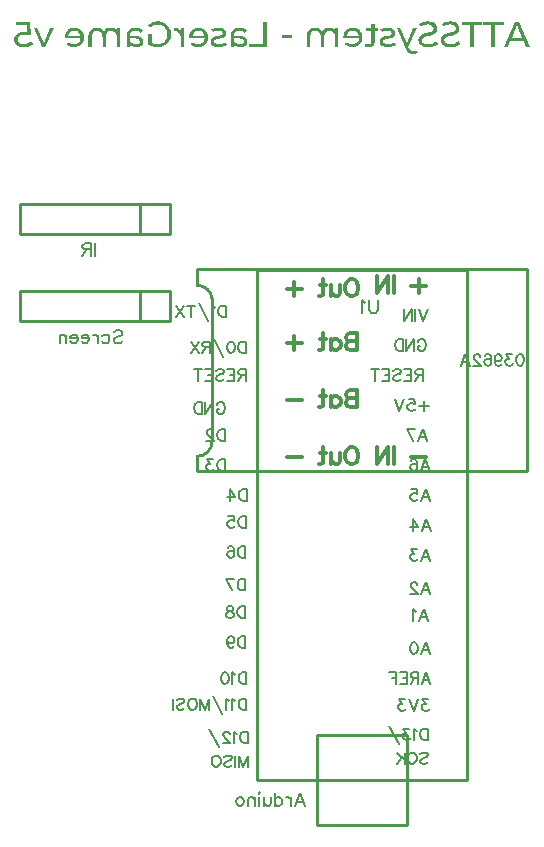
<source format=gbo>
G04 ---------------------------- Layer name :BOTTOM SILK LAYER*
G04 EasyEDA v5.6.15, Mon, 30 Jul 2018 20:20:11 GMT*
G04 7679f8372ec74d379c0269816b79f434*
G04 Gerber Generator version 0.2*
G04 Scale: 100 percent, Rotated: No, Reflected: No *
G04 Dimensions in inches *
G04 leading zeros omitted , absolute positions ,2 integer and 4 decimal *
%FSLAX24Y24*%
%MOIN*%
G90*
G70D02*

%ADD11C,0.010000*%
%ADD22C,0.007000*%
%ADD23C,0.008000*%
%ADD25C,0.011810*%
%ADD26C,0.007874*%

%LPD*%
G54D11*
G01X16300Y2400D02*
G01X9300Y2400D01*
G01X9300Y2400D02*
G01X9300Y19400D01*
G01X9300Y19400D02*
G01X16300Y19400D01*
G01X16300Y19400D02*
G01X16300Y2400D01*
G01X14300Y3900D02*
G01X14300Y900D01*
G01X11300Y900D01*
G01X11300Y3900D01*
G01X14300Y3900D01*
G01X6400Y20600D02*
G01X6400Y21600D01*
G01X6400Y21600D02*
G01X5400Y21600D01*
G01X5400Y21600D02*
G01X1400Y21600D01*
G01X1400Y21600D02*
G01X1400Y20600D01*
G01X1400Y20600D02*
G01X5400Y20600D01*
G01X5400Y20600D02*
G01X6400Y20600D01*
G01X5400Y20600D02*
G01X5400Y21600D01*
G01X6400Y17700D02*
G01X6400Y18700D01*
G01X6400Y18700D02*
G01X5400Y18700D01*
G01X5400Y18700D02*
G01X1400Y18700D01*
G01X1400Y18700D02*
G01X1400Y17700D01*
G01X1400Y17700D02*
G01X5400Y17700D01*
G01X5400Y17700D02*
G01X6400Y17700D01*
G01X5400Y17700D02*
G01X5400Y18700D01*
G01X18300Y12700D02*
G01X18300Y19448D01*
G01X18300Y19448D02*
G01X7300Y19448D01*
G01X7300Y19448D02*
G01X7300Y18948D01*
G01X18300Y12700D02*
G01X7300Y12700D01*
G01X7300Y12700D02*
G01X7300Y13200D01*
G01X7800Y18448D02*
G01X7800Y13700D01*
G54D22*
G01X10735Y1979D02*
G01X10900Y1550D01*
G01X10735Y1979D02*
G01X10572Y1550D01*
G01X10839Y1693D02*
G01X10634Y1693D01*
G01X10438Y1836D02*
G01X10438Y1550D01*
G01X10438Y1714D02*
G01X10417Y1775D01*
G01X10376Y1816D01*
G01X10335Y1836D01*
G01X10273Y1836D01*
G01X9893Y1979D02*
G01X9893Y1550D01*
G01X9893Y1775D02*
G01X9935Y1816D01*
G01X9975Y1836D01*
G01X10036Y1836D01*
G01X10077Y1816D01*
G01X10118Y1775D01*
G01X10139Y1714D01*
G01X10139Y1673D01*
G01X10118Y1611D01*
G01X10077Y1570D01*
G01X10036Y1550D01*
G01X9975Y1550D01*
G01X9935Y1570D01*
G01X9893Y1611D01*
G01X9759Y1836D02*
G01X9759Y1632D01*
G01X9738Y1570D01*
G01X9697Y1550D01*
G01X9635Y1550D01*
G01X9594Y1570D01*
G01X9534Y1632D01*
G01X9534Y1836D02*
G01X9534Y1550D01*
G01X9398Y1979D02*
G01X9377Y1959D01*
G01X9357Y1979D01*
G01X9377Y2000D01*
G01X9398Y1979D01*
G01X9377Y1836D02*
G01X9377Y1550D01*
G01X9222Y1836D02*
G01X9222Y1550D01*
G01X9222Y1754D02*
G01X9160Y1816D01*
G01X9119Y1836D01*
G01X9059Y1836D01*
G01X9018Y1816D01*
G01X8997Y1754D01*
G01X8997Y1550D01*
G01X8760Y1836D02*
G01X8801Y1816D01*
G01X8842Y1775D01*
G01X8863Y1714D01*
G01X8863Y1673D01*
G01X8842Y1611D01*
G01X8801Y1570D01*
G01X8760Y1550D01*
G01X8698Y1550D01*
G01X8657Y1570D01*
G01X8617Y1611D01*
G01X8597Y1673D01*
G01X8597Y1714D01*
G01X8617Y1775D01*
G01X8657Y1816D01*
G01X8698Y1836D01*
G01X8760Y1836D01*
G54D23*
G01X8261Y18227D02*
G01X8261Y17844D01*
G01X8261Y18227D02*
G01X8135Y18227D01*
G01X8080Y18209D01*
G01X8043Y18173D01*
G01X8026Y18136D01*
G01X8006Y18082D01*
G01X8006Y17990D01*
G01X8026Y17936D01*
G01X8043Y17900D01*
G01X8080Y17863D01*
G01X8135Y17844D01*
G01X8261Y17844D01*
G01X7886Y18153D02*
G01X7851Y18173D01*
G01X7797Y18227D01*
G01X7797Y17844D01*
G01X7348Y18300D02*
G01X7677Y17717D01*
G01X7102Y18227D02*
G01X7102Y17844D01*
G01X7228Y18227D02*
G01X6975Y18227D01*
G01X6855Y18227D02*
G01X6600Y17844D01*
G01X6600Y18227D02*
G01X6855Y17844D01*
G01X14649Y17009D02*
G01X14667Y17046D01*
G01X14704Y17082D01*
G01X14740Y17100D01*
G01X14813Y17100D01*
G01X14849Y17082D01*
G01X14886Y17046D01*
G01X14904Y17009D01*
G01X14922Y16955D01*
G01X14922Y16864D01*
G01X14904Y16809D01*
G01X14886Y16773D01*
G01X14849Y16737D01*
G01X14813Y16718D01*
G01X14740Y16718D01*
G01X14704Y16737D01*
G01X14667Y16773D01*
G01X14649Y16809D01*
G01X14649Y16864D01*
G01X14740Y16864D02*
G01X14649Y16864D01*
G01X14529Y17100D02*
G01X14529Y16718D01*
G01X14529Y17100D02*
G01X14275Y16718D01*
G01X14275Y17100D02*
G01X14275Y16718D01*
G01X14155Y17100D02*
G01X14155Y16718D01*
G01X14155Y17100D02*
G01X14027Y17100D01*
G01X13973Y17082D01*
G01X13937Y17046D01*
G01X13918Y17009D01*
G01X13900Y16955D01*
G01X13900Y16864D01*
G01X13918Y16809D01*
G01X13937Y16773D01*
G01X13973Y16737D01*
G01X14027Y16718D01*
G01X14155Y16718D01*
G01X14848Y15046D02*
G01X14848Y14718D01*
G01X15012Y14882D02*
G01X14685Y14882D01*
G01X14347Y15100D02*
G01X14528Y15100D01*
G01X14547Y14937D01*
G01X14528Y14955D01*
G01X14474Y14973D01*
G01X14419Y14973D01*
G01X14365Y14955D01*
G01X14328Y14918D01*
G01X14310Y14864D01*
G01X14310Y14827D01*
G01X14328Y14773D01*
G01X14365Y14737D01*
G01X14419Y14718D01*
G01X14474Y14718D01*
G01X14528Y14737D01*
G01X14547Y14755D01*
G01X14565Y14791D01*
G01X14190Y15100D02*
G01X14045Y14718D01*
G01X13899Y15100D02*
G01X14045Y14718D01*
G01X8987Y4026D02*
G01X8987Y3644D01*
G01X8987Y4026D02*
G01X8860Y4026D01*
G01X8805Y4009D01*
G01X8769Y3973D01*
G01X8751Y3936D01*
G01X8732Y3882D01*
G01X8732Y3790D01*
G01X8751Y3736D01*
G01X8769Y3700D01*
G01X8805Y3663D01*
G01X8860Y3644D01*
G01X8987Y3644D01*
G01X8612Y3953D02*
G01X8576Y3973D01*
G01X8522Y4026D01*
G01X8522Y3644D01*
G01X8383Y3936D02*
G01X8383Y3953D01*
G01X8365Y3990D01*
G01X8347Y4009D01*
G01X8311Y4026D01*
G01X8238Y4026D01*
G01X8202Y4009D01*
G01X8183Y3990D01*
G01X8165Y3953D01*
G01X8165Y3917D01*
G01X8183Y3882D01*
G01X8220Y3826D01*
G01X8402Y3644D01*
G01X8147Y3644D01*
G01X7700Y4100D02*
G01X8027Y3517D01*
G01X8987Y3226D02*
G01X8987Y2844D01*
G01X8987Y3226D02*
G01X8842Y2844D01*
G01X8696Y3226D02*
G01X8842Y2844D01*
G01X8696Y3226D02*
G01X8696Y2844D01*
G01X8576Y3226D02*
G01X8576Y2844D01*
G01X8202Y3173D02*
G01X8238Y3209D01*
G01X8292Y3226D01*
G01X8365Y3226D01*
G01X8420Y3209D01*
G01X8456Y3173D01*
G01X8456Y3136D01*
G01X8438Y3100D01*
G01X8420Y3082D01*
G01X8383Y3063D01*
G01X8274Y3026D01*
G01X8238Y3009D01*
G01X8220Y2990D01*
G01X8202Y2953D01*
G01X8202Y2900D01*
G01X8238Y2863D01*
G01X8292Y2844D01*
G01X8365Y2844D01*
G01X8420Y2863D01*
G01X8456Y2900D01*
G01X7972Y3226D02*
G01X8009Y3209D01*
G01X8045Y3173D01*
G01X8063Y3136D01*
G01X8082Y3082D01*
G01X8082Y2990D01*
G01X8063Y2936D01*
G01X8045Y2900D01*
G01X8009Y2863D01*
G01X7972Y2844D01*
G01X7900Y2844D01*
G01X7863Y2863D01*
G01X7827Y2900D01*
G01X7809Y2936D01*
G01X7791Y2990D01*
G01X7791Y3082D01*
G01X7809Y3136D01*
G01X7827Y3173D01*
G01X7863Y3209D01*
G01X7900Y3226D01*
G01X7972Y3226D01*
G01X14985Y18100D02*
G01X14840Y17718D01*
G01X14694Y18100D02*
G01X14840Y17718D01*
G01X14574Y18100D02*
G01X14574Y17718D01*
G01X14454Y18100D02*
G01X14454Y17718D01*
G01X14454Y18100D02*
G01X14200Y17718D01*
G01X14200Y18100D02*
G01X14200Y17718D01*
G01X14987Y4126D02*
G01X14987Y3744D01*
G01X14987Y4126D02*
G01X14860Y4126D01*
G01X14805Y4109D01*
G01X14769Y4073D01*
G01X14751Y4036D01*
G01X14732Y3982D01*
G01X14732Y3890D01*
G01X14751Y3836D01*
G01X14769Y3800D01*
G01X14805Y3763D01*
G01X14860Y3744D01*
G01X14987Y3744D01*
G01X14612Y4053D02*
G01X14576Y4073D01*
G01X14522Y4126D01*
G01X14522Y3744D01*
G01X14365Y4126D02*
G01X14165Y4126D01*
G01X14274Y3982D01*
G01X14220Y3982D01*
G01X14183Y3963D01*
G01X14165Y3944D01*
G01X14147Y3890D01*
G01X14147Y3853D01*
G01X14165Y3800D01*
G01X14202Y3763D01*
G01X14256Y3744D01*
G01X14311Y3744D01*
G01X14365Y3763D01*
G01X14383Y3782D01*
G01X14402Y3817D01*
G01X13700Y4200D02*
G01X14027Y3617D01*
G01X14732Y3273D02*
G01X14769Y3309D01*
G01X14823Y3326D01*
G01X14896Y3326D01*
G01X14951Y3309D01*
G01X14987Y3273D01*
G01X14987Y3236D01*
G01X14969Y3200D01*
G01X14951Y3182D01*
G01X14914Y3163D01*
G01X14805Y3126D01*
G01X14769Y3109D01*
G01X14751Y3090D01*
G01X14732Y3053D01*
G01X14732Y3000D01*
G01X14769Y2963D01*
G01X14823Y2944D01*
G01X14896Y2944D01*
G01X14951Y2963D01*
G01X14987Y3000D01*
G01X14340Y3236D02*
G01X14358Y3273D01*
G01X14394Y3309D01*
G01X14431Y3326D01*
G01X14503Y3326D01*
G01X14540Y3309D01*
G01X14576Y3273D01*
G01X14594Y3236D01*
G01X14612Y3182D01*
G01X14612Y3090D01*
G01X14594Y3036D01*
G01X14576Y3000D01*
G01X14540Y2963D01*
G01X14503Y2944D01*
G01X14431Y2944D01*
G01X14394Y2963D01*
G01X14358Y3000D01*
G01X14340Y3036D01*
G01X14220Y3326D02*
G01X14220Y2944D01*
G01X13965Y3326D02*
G01X14220Y3073D01*
G01X14129Y3163D02*
G01X13965Y2944D01*
G01X7948Y14909D02*
G01X7967Y14946D01*
G01X8003Y14982D01*
G01X8039Y15000D01*
G01X8113Y15000D01*
G01X8148Y14982D01*
G01X8185Y14946D01*
G01X8203Y14909D01*
G01X8222Y14855D01*
G01X8222Y14764D01*
G01X8203Y14709D01*
G01X8185Y14673D01*
G01X8148Y14637D01*
G01X8113Y14618D01*
G01X8039Y14618D01*
G01X8003Y14637D01*
G01X7967Y14673D01*
G01X7948Y14709D01*
G01X7948Y14764D01*
G01X8039Y14764D02*
G01X7948Y14764D01*
G01X7828Y15000D02*
G01X7828Y14618D01*
G01X7828Y15000D02*
G01X7575Y14618D01*
G01X7575Y15000D02*
G01X7575Y14618D01*
G01X7455Y15000D02*
G01X7455Y14618D01*
G01X7455Y15000D02*
G01X7327Y15000D01*
G01X7272Y14982D01*
G01X7236Y14946D01*
G01X7218Y14909D01*
G01X7200Y14855D01*
G01X7200Y14764D01*
G01X7218Y14709D01*
G01X7236Y14673D01*
G01X7272Y14637D01*
G01X7327Y14618D01*
G01X7455Y14618D01*
G01X8925Y17027D02*
G01X8925Y16644D01*
G01X8925Y17027D02*
G01X8797Y17027D01*
G01X8743Y17009D01*
G01X8706Y16973D01*
G01X8689Y16936D01*
G01X8669Y16882D01*
G01X8669Y16790D01*
G01X8689Y16736D01*
G01X8706Y16700D01*
G01X8743Y16663D01*
G01X8797Y16644D01*
G01X8925Y16644D01*
G01X8440Y17027D02*
G01X8496Y17009D01*
G01X8531Y16953D01*
G01X8550Y16863D01*
G01X8550Y16809D01*
G01X8531Y16717D01*
G01X8496Y16663D01*
G01X8440Y16644D01*
G01X8405Y16644D01*
G01X8350Y16663D01*
G01X8314Y16717D01*
G01X8296Y16809D01*
G01X8296Y16863D01*
G01X8314Y16953D01*
G01X8350Y17009D01*
G01X8405Y17027D01*
G01X8440Y17027D01*
G01X7848Y17100D02*
G01X8176Y16517D01*
G01X7728Y17027D02*
G01X7728Y16644D01*
G01X7728Y17027D02*
G01X7564Y17027D01*
G01X7510Y17009D01*
G01X7492Y16990D01*
G01X7473Y16953D01*
G01X7473Y16917D01*
G01X7492Y16882D01*
G01X7510Y16863D01*
G01X7564Y16844D01*
G01X7728Y16844D01*
G01X7601Y16844D02*
G01X7473Y16644D01*
G01X7353Y17027D02*
G01X7100Y16644D01*
G01X7100Y17027D02*
G01X7353Y16644D01*
G01X8915Y16100D02*
G01X8915Y15717D01*
G01X8915Y16100D02*
G01X8752Y16100D01*
G01X8697Y16082D01*
G01X8680Y16063D01*
G01X8660Y16026D01*
G01X8660Y15990D01*
G01X8680Y15955D01*
G01X8697Y15936D01*
G01X8752Y15917D01*
G01X8915Y15917D01*
G01X8789Y15917D02*
G01X8660Y15717D01*
G01X8540Y16100D02*
G01X8540Y15717D01*
G01X8540Y16100D02*
G01X8305Y16100D01*
G01X8540Y15917D02*
G01X8396Y15917D01*
G01X8540Y15717D02*
G01X8305Y15717D01*
G01X7931Y16046D02*
G01X7967Y16082D01*
G01X8021Y16100D01*
G01X8093Y16100D01*
G01X8148Y16082D01*
G01X8185Y16046D01*
G01X8185Y16009D01*
G01X8167Y15973D01*
G01X8148Y15955D01*
G01X8111Y15936D01*
G01X8002Y15900D01*
G01X7967Y15882D01*
G01X7948Y15863D01*
G01X7931Y15826D01*
G01X7931Y15773D01*
G01X7967Y15736D01*
G01X8021Y15717D01*
G01X8093Y15717D01*
G01X8148Y15736D01*
G01X8185Y15773D01*
G01X7810Y16100D02*
G01X7810Y15717D01*
G01X7810Y16100D02*
G01X7573Y16100D01*
G01X7810Y15917D02*
G01X7664Y15917D01*
G01X7810Y15717D02*
G01X7573Y15717D01*
G01X7327Y16100D02*
G01X7327Y15717D01*
G01X7453Y16100D02*
G01X7200Y16100D01*
G01X8228Y14100D02*
G01X8228Y13718D01*
G01X8228Y14100D02*
G01X8102Y14100D01*
G01X8047Y14082D01*
G01X8010Y14046D01*
G01X7993Y14009D01*
G01X7973Y13955D01*
G01X7973Y13864D01*
G01X7993Y13809D01*
G01X8010Y13773D01*
G01X8047Y13737D01*
G01X8102Y13718D01*
G01X8228Y13718D01*
G01X7835Y14009D02*
G01X7835Y14027D01*
G01X7818Y14064D01*
G01X7800Y14082D01*
G01X7764Y14100D01*
G01X7690Y14100D01*
G01X7653Y14082D01*
G01X7635Y14064D01*
G01X7618Y14027D01*
G01X7618Y13991D01*
G01X7635Y13955D01*
G01X7672Y13900D01*
G01X7853Y13718D01*
G01X7600Y13718D01*
G01X8228Y13100D02*
G01X8228Y12718D01*
G01X8228Y13100D02*
G01X8102Y13100D01*
G01X8047Y13082D01*
G01X8010Y13046D01*
G01X7993Y13009D01*
G01X7973Y12955D01*
G01X7973Y12864D01*
G01X7993Y12809D01*
G01X8010Y12773D01*
G01X8047Y12737D01*
G01X8102Y12718D01*
G01X8228Y12718D01*
G01X7818Y13100D02*
G01X7618Y13100D01*
G01X7727Y12955D01*
G01X7672Y12955D01*
G01X7635Y12937D01*
G01X7618Y12918D01*
G01X7600Y12864D01*
G01X7600Y12827D01*
G01X7618Y12773D01*
G01X7653Y12737D01*
G01X7709Y12718D01*
G01X7764Y12718D01*
G01X7818Y12737D01*
G01X7835Y12755D01*
G01X7853Y12791D01*
G01X8947Y12100D02*
G01X8947Y11718D01*
G01X8947Y12100D02*
G01X8819Y12100D01*
G01X8764Y12082D01*
G01X8728Y12046D01*
G01X8710Y12009D01*
G01X8692Y11955D01*
G01X8692Y11864D01*
G01X8710Y11809D01*
G01X8728Y11773D01*
G01X8764Y11737D01*
G01X8819Y11718D01*
G01X8947Y11718D01*
G01X8390Y12100D02*
G01X8572Y11846D01*
G01X8300Y11846D01*
G01X8390Y12100D02*
G01X8390Y11718D01*
G01X8928Y11200D02*
G01X8928Y10818D01*
G01X8928Y11200D02*
G01X8802Y11200D01*
G01X8747Y11182D01*
G01X8710Y11146D01*
G01X8693Y11109D01*
G01X8673Y11055D01*
G01X8673Y10964D01*
G01X8693Y10909D01*
G01X8710Y10873D01*
G01X8747Y10837D01*
G01X8802Y10818D01*
G01X8928Y10818D01*
G01X8335Y11200D02*
G01X8518Y11200D01*
G01X8535Y11037D01*
G01X8518Y11055D01*
G01X8464Y11073D01*
G01X8409Y11073D01*
G01X8353Y11055D01*
G01X8318Y11018D01*
G01X8300Y10964D01*
G01X8300Y10927D01*
G01X8318Y10873D01*
G01X8353Y10837D01*
G01X8409Y10818D01*
G01X8464Y10818D01*
G01X8518Y10837D01*
G01X8535Y10855D01*
G01X8553Y10891D01*
G01X8910Y10200D02*
G01X8910Y9818D01*
G01X8910Y10200D02*
G01X8784Y10200D01*
G01X8728Y10182D01*
G01X8693Y10146D01*
G01X8675Y10109D01*
G01X8656Y10055D01*
G01X8656Y9964D01*
G01X8675Y9909D01*
G01X8693Y9873D01*
G01X8728Y9837D01*
G01X8784Y9818D01*
G01X8910Y9818D01*
G01X8318Y10146D02*
G01X8335Y10182D01*
G01X8390Y10200D01*
G01X8427Y10200D01*
G01X8481Y10182D01*
G01X8518Y10127D01*
G01X8535Y10037D01*
G01X8535Y9946D01*
G01X8518Y9873D01*
G01X8481Y9837D01*
G01X8427Y9818D01*
G01X8409Y9818D01*
G01X8355Y9837D01*
G01X8318Y9873D01*
G01X8300Y9927D01*
G01X8300Y9946D01*
G01X8318Y10000D01*
G01X8355Y10037D01*
G01X8409Y10055D01*
G01X8427Y10055D01*
G01X8481Y10037D01*
G01X8518Y10000D01*
G01X8535Y9946D01*
G01X8903Y9117D02*
G01X8903Y8736D01*
G01X8903Y9117D02*
G01X8777Y9117D01*
G01X8722Y9100D01*
G01X8685Y9063D01*
G01X8668Y9026D01*
G01X8648Y8973D01*
G01X8648Y8882D01*
G01X8668Y8826D01*
G01X8685Y8790D01*
G01X8722Y8755D01*
G01X8777Y8736D01*
G01X8903Y8736D01*
G01X8275Y9117D02*
G01X8456Y8736D01*
G01X8528Y9117D02*
G01X8275Y9117D01*
G01X8900Y8200D02*
G01X8900Y7818D01*
G01X8900Y8200D02*
G01X8772Y8200D01*
G01X8718Y8182D01*
G01X8681Y8146D01*
G01X8664Y8109D01*
G01X8644Y8055D01*
G01X8644Y7964D01*
G01X8664Y7909D01*
G01X8681Y7873D01*
G01X8718Y7837D01*
G01X8772Y7818D01*
G01X8900Y7818D01*
G01X8435Y8200D02*
G01X8489Y8182D01*
G01X8506Y8146D01*
G01X8506Y8109D01*
G01X8489Y8073D01*
G01X8452Y8055D01*
G01X8380Y8037D01*
G01X8325Y8018D01*
G01X8289Y7982D01*
G01X8271Y7946D01*
G01X8271Y7891D01*
G01X8289Y7855D01*
G01X8306Y7837D01*
G01X8361Y7818D01*
G01X8435Y7818D01*
G01X8489Y7837D01*
G01X8506Y7855D01*
G01X8525Y7891D01*
G01X8525Y7946D01*
G01X8506Y7982D01*
G01X8471Y8018D01*
G01X8415Y8037D01*
G01X8343Y8055D01*
G01X8306Y8073D01*
G01X8289Y8109D01*
G01X8289Y8146D01*
G01X8306Y8182D01*
G01X8361Y8200D01*
G01X8435Y8200D01*
G01X8910Y7200D02*
G01X8910Y6818D01*
G01X8910Y7200D02*
G01X8784Y7200D01*
G01X8728Y7182D01*
G01X8693Y7146D01*
G01X8675Y7109D01*
G01X8656Y7055D01*
G01X8656Y6964D01*
G01X8675Y6909D01*
G01X8693Y6873D01*
G01X8728Y6837D01*
G01X8784Y6818D01*
G01X8910Y6818D01*
G01X8300Y7073D02*
G01X8318Y7018D01*
G01X8355Y6982D01*
G01X8409Y6964D01*
G01X8427Y6964D01*
G01X8481Y6982D01*
G01X8518Y7018D01*
G01X8535Y7073D01*
G01X8535Y7091D01*
G01X8518Y7146D01*
G01X8481Y7182D01*
G01X8427Y7200D01*
G01X8409Y7200D01*
G01X8355Y7182D01*
G01X8318Y7146D01*
G01X8300Y7073D01*
G01X8300Y6982D01*
G01X8318Y6891D01*
G01X8355Y6837D01*
G01X8409Y6818D01*
G01X8446Y6818D01*
G01X8500Y6837D01*
G01X8518Y6873D01*
G01X8939Y6000D02*
G01X8939Y5618D01*
G01X8939Y6000D02*
G01X8813Y6000D01*
G01X8757Y5982D01*
G01X8722Y5946D01*
G01X8703Y5909D01*
G01X8685Y5855D01*
G01X8685Y5764D01*
G01X8703Y5709D01*
G01X8722Y5673D01*
G01X8757Y5637D01*
G01X8813Y5618D01*
G01X8939Y5618D01*
G01X8564Y5927D02*
G01X8528Y5946D01*
G01X8475Y6000D01*
G01X8475Y5618D01*
G01X8244Y6000D02*
G01X8300Y5982D01*
G01X8335Y5927D01*
G01X8355Y5837D01*
G01X8355Y5782D01*
G01X8335Y5691D01*
G01X8300Y5637D01*
G01X8244Y5618D01*
G01X8209Y5618D01*
G01X8155Y5637D01*
G01X8118Y5691D01*
G01X8100Y5782D01*
G01X8100Y5837D01*
G01X8118Y5927D01*
G01X8155Y5982D01*
G01X8209Y6000D01*
G01X8244Y6000D01*
G01X8939Y5127D02*
G01X8939Y4745D01*
G01X8939Y5127D02*
G01X8813Y5127D01*
G01X8757Y5109D01*
G01X8722Y5073D01*
G01X8703Y5036D01*
G01X8685Y4982D01*
G01X8685Y4891D01*
G01X8703Y4836D01*
G01X8722Y4800D01*
G01X8757Y4764D01*
G01X8813Y4745D01*
G01X8939Y4745D01*
G01X8564Y5054D02*
G01X8528Y5073D01*
G01X8475Y5127D01*
G01X8475Y4745D01*
G01X8355Y5054D02*
G01X8318Y5073D01*
G01X8264Y5127D01*
G01X8264Y4745D01*
G01X7815Y5200D02*
G01X8143Y4618D01*
G01X7696Y5127D02*
G01X7696Y4745D01*
G01X7696Y5127D02*
G01X7551Y4745D01*
G01X7405Y5127D02*
G01X7551Y4745D01*
G01X7405Y5127D02*
G01X7405Y4745D01*
G01X7176Y5127D02*
G01X7213Y5109D01*
G01X7248Y5073D01*
G01X7267Y5036D01*
G01X7285Y4982D01*
G01X7285Y4891D01*
G01X7267Y4836D01*
G01X7248Y4800D01*
G01X7213Y4764D01*
G01X7176Y4745D01*
G01X7103Y4745D01*
G01X7067Y4764D01*
G01X7031Y4800D01*
G01X7013Y4836D01*
G01X6994Y4891D01*
G01X6994Y4982D01*
G01X7013Y5036D01*
G01X7031Y5073D01*
G01X7067Y5109D01*
G01X7103Y5127D01*
G01X7176Y5127D01*
G01X6619Y5073D02*
G01X6656Y5109D01*
G01X6710Y5127D01*
G01X6784Y5127D01*
G01X6838Y5109D01*
G01X6875Y5073D01*
G01X6875Y5036D01*
G01X6856Y5000D01*
G01X6838Y4982D01*
G01X6802Y4964D01*
G01X6693Y4927D01*
G01X6656Y4909D01*
G01X6638Y4891D01*
G01X6619Y4854D01*
G01X6619Y4800D01*
G01X6656Y4764D01*
G01X6710Y4745D01*
G01X6784Y4745D01*
G01X6838Y4764D01*
G01X6875Y4800D01*
G01X6500Y5127D02*
G01X6500Y4745D01*
G01X15003Y5100D02*
G01X14803Y5100D01*
G01X14912Y4955D01*
G01X14857Y4955D01*
G01X14821Y4937D01*
G01X14803Y4918D01*
G01X14784Y4864D01*
G01X14784Y4827D01*
G01X14803Y4773D01*
G01X14839Y4737D01*
G01X14894Y4718D01*
G01X14948Y4718D01*
G01X15003Y4737D01*
G01X15021Y4755D01*
G01X15039Y4791D01*
G01X14664Y5100D02*
G01X14519Y4718D01*
G01X14374Y5100D02*
G01X14519Y4718D01*
G01X14217Y5100D02*
G01X14017Y5100D01*
G01X14126Y4955D01*
G01X14072Y4955D01*
G01X14035Y4937D01*
G01X14017Y4918D01*
G01X13999Y4864D01*
G01X13999Y4827D01*
G01X14017Y4773D01*
G01X14054Y4737D01*
G01X14108Y4718D01*
G01X14163Y4718D01*
G01X14217Y4737D01*
G01X14235Y4755D01*
G01X14254Y4791D01*
G01X14932Y6000D02*
G01X15077Y5618D01*
G01X14932Y6000D02*
G01X14786Y5618D01*
G01X15022Y5746D02*
G01X14841Y5746D01*
G01X14666Y6000D02*
G01X14666Y5618D01*
G01X14666Y6000D02*
G01X14502Y6000D01*
G01X14448Y5982D01*
G01X14430Y5964D01*
G01X14412Y5927D01*
G01X14412Y5891D01*
G01X14430Y5855D01*
G01X14448Y5837D01*
G01X14502Y5818D01*
G01X14666Y5818D01*
G01X14539Y5818D02*
G01X14412Y5618D01*
G01X14292Y6000D02*
G01X14292Y5618D01*
G01X14292Y6000D02*
G01X14055Y6000D01*
G01X14292Y5818D02*
G01X14146Y5818D01*
G01X14292Y5618D02*
G01X14055Y5618D01*
G01X13935Y6000D02*
G01X13935Y5618D01*
G01X13935Y6000D02*
G01X13699Y6000D01*
G01X13935Y5818D02*
G01X13790Y5818D01*
G01X14919Y7000D02*
G01X15064Y6618D01*
G01X14919Y7000D02*
G01X14773Y6618D01*
G01X15009Y6746D02*
G01X14828Y6746D01*
G01X14544Y7000D02*
G01X14599Y6982D01*
G01X14635Y6927D01*
G01X14653Y6837D01*
G01X14653Y6782D01*
G01X14635Y6691D01*
G01X14599Y6637D01*
G01X14544Y6618D01*
G01X14508Y6618D01*
G01X14453Y6637D01*
G01X14417Y6691D01*
G01X14399Y6782D01*
G01X14399Y6837D01*
G01X14417Y6927D01*
G01X14453Y6982D01*
G01X14508Y7000D01*
G01X14544Y7000D01*
G01X14856Y8100D02*
G01X15002Y7718D01*
G01X14856Y8100D02*
G01X14710Y7718D01*
G01X14947Y7846D02*
G01X14765Y7846D01*
G01X14590Y8027D02*
G01X14555Y8046D01*
G01X14500Y8100D01*
G01X14500Y7718D01*
G01X14919Y9000D02*
G01X15064Y8618D01*
G01X14919Y9000D02*
G01X14773Y8618D01*
G01X15009Y8746D02*
G01X14828Y8746D01*
G01X14635Y8909D02*
G01X14635Y8927D01*
G01X14617Y8964D01*
G01X14599Y8982D01*
G01X14562Y9000D01*
G01X14489Y9000D01*
G01X14453Y8982D01*
G01X14435Y8964D01*
G01X14417Y8927D01*
G01X14417Y8891D01*
G01X14435Y8855D01*
G01X14471Y8800D01*
G01X14653Y8618D01*
G01X14399Y8618D01*
G01X14919Y10100D02*
G01X15064Y9718D01*
G01X14919Y10100D02*
G01X14773Y9718D01*
G01X15009Y9846D02*
G01X14828Y9846D01*
G01X14617Y10100D02*
G01X14417Y10100D01*
G01X14526Y9955D01*
G01X14471Y9955D01*
G01X14435Y9937D01*
G01X14417Y9918D01*
G01X14399Y9864D01*
G01X14399Y9827D01*
G01X14417Y9773D01*
G01X14453Y9737D01*
G01X14508Y9718D01*
G01X14562Y9718D01*
G01X14617Y9737D01*
G01X14635Y9755D01*
G01X14653Y9791D01*
G01X14938Y11099D02*
G01X15083Y10717D01*
G01X14938Y11099D02*
G01X14792Y10717D01*
G01X15028Y10845D02*
G01X14847Y10845D01*
G01X14490Y11099D02*
G01X14672Y10845D01*
G01X14399Y10845D01*
G01X14490Y11099D02*
G01X14490Y10717D01*
G01X14919Y12100D02*
G01X15064Y11718D01*
G01X14919Y12100D02*
G01X14773Y11718D01*
G01X15009Y11846D02*
G01X14828Y11846D01*
G01X14435Y12100D02*
G01X14617Y12100D01*
G01X14635Y11937D01*
G01X14617Y11955D01*
G01X14562Y11973D01*
G01X14508Y11973D01*
G01X14453Y11955D01*
G01X14417Y11918D01*
G01X14399Y11864D01*
G01X14399Y11827D01*
G01X14417Y11773D01*
G01X14453Y11737D01*
G01X14508Y11718D01*
G01X14562Y11718D01*
G01X14617Y11737D01*
G01X14635Y11755D01*
G01X14653Y11791D01*
G01X14902Y13100D02*
G01X15047Y12718D01*
G01X14902Y13100D02*
G01X14756Y12718D01*
G01X14992Y12846D02*
G01X14811Y12846D01*
G01X14418Y13046D02*
G01X14436Y13082D01*
G01X14491Y13100D01*
G01X14527Y13100D01*
G01X14582Y13082D01*
G01X14618Y13027D01*
G01X14636Y12937D01*
G01X14636Y12846D01*
G01X14618Y12773D01*
G01X14582Y12737D01*
G01X14527Y12718D01*
G01X14509Y12718D01*
G01X14454Y12737D01*
G01X14418Y12773D01*
G01X14400Y12827D01*
G01X14400Y12846D01*
G01X14418Y12900D01*
G01X14454Y12937D01*
G01X14509Y12955D01*
G01X14527Y12955D01*
G01X14582Y12937D01*
G01X14618Y12900D01*
G01X14636Y12846D01*
G01X14819Y14100D02*
G01X14964Y13718D01*
G01X14819Y14100D02*
G01X14673Y13718D01*
G01X14909Y13846D02*
G01X14728Y13846D01*
G01X14299Y14100D02*
G01X14480Y13718D01*
G01X14553Y14100D02*
G01X14299Y14100D01*
G01X14816Y16100D02*
G01X14816Y15718D01*
G01X14816Y16100D02*
G01X14652Y16100D01*
G01X14598Y16082D01*
G01X14580Y16064D01*
G01X14561Y16027D01*
G01X14561Y15991D01*
G01X14580Y15955D01*
G01X14598Y15937D01*
G01X14652Y15918D01*
G01X14816Y15918D01*
G01X14689Y15918D02*
G01X14561Y15718D01*
G01X14441Y16100D02*
G01X14441Y15718D01*
G01X14441Y16100D02*
G01X14205Y16100D01*
G01X14441Y15918D02*
G01X14296Y15918D01*
G01X14441Y15718D02*
G01X14205Y15718D01*
G01X13831Y16046D02*
G01X13867Y16082D01*
G01X13921Y16100D01*
G01X13994Y16100D01*
G01X14049Y16082D01*
G01X14085Y16046D01*
G01X14085Y16009D01*
G01X14067Y15973D01*
G01X14049Y15955D01*
G01X14012Y15937D01*
G01X13903Y15900D01*
G01X13867Y15882D01*
G01X13849Y15864D01*
G01X13831Y15827D01*
G01X13831Y15773D01*
G01X13867Y15737D01*
G01X13921Y15718D01*
G01X13994Y15718D01*
G01X14049Y15737D01*
G01X14085Y15773D01*
G01X13711Y16100D02*
G01X13711Y15718D01*
G01X13711Y16100D02*
G01X13474Y16100D01*
G01X13711Y15918D02*
G01X13565Y15918D01*
G01X13711Y15718D02*
G01X13474Y15718D01*
G01X13227Y16100D02*
G01X13227Y15718D01*
G01X13354Y16100D02*
G01X13100Y16100D01*
G54D22*
G01X3900Y20300D02*
G01X3900Y19871D01*
G01X3765Y20300D02*
G01X3765Y19871D01*
G01X3765Y20300D02*
G01X3580Y20300D01*
G01X3519Y20280D01*
G01X3498Y20259D01*
G01X3478Y20219D01*
G01X3478Y20178D01*
G01X3498Y20136D01*
G01X3519Y20115D01*
G01X3580Y20096D01*
G01X3765Y20096D01*
G01X3621Y20096D02*
G01X3478Y19871D01*
G01X4513Y17338D02*
G01X4555Y17380D01*
G01X4615Y17400D01*
G01X4698Y17400D01*
G01X4759Y17380D01*
G01X4800Y17338D01*
G01X4800Y17298D01*
G01X4780Y17257D01*
G01X4759Y17236D01*
G01X4717Y17215D01*
G01X4594Y17175D01*
G01X4555Y17155D01*
G01X4534Y17134D01*
G01X4513Y17094D01*
G01X4513Y17032D01*
G01X4555Y16990D01*
G01X4615Y16971D01*
G01X4698Y16971D01*
G01X4759Y16990D01*
G01X4800Y17032D01*
G01X4132Y17196D02*
G01X4173Y17236D01*
G01X4215Y17257D01*
G01X4276Y17257D01*
G01X4317Y17236D01*
G01X4357Y17196D01*
G01X4378Y17134D01*
G01X4378Y17094D01*
G01X4357Y17032D01*
G01X4317Y16990D01*
G01X4276Y16971D01*
G01X4215Y16971D01*
G01X4173Y16990D01*
G01X4132Y17032D01*
G01X3998Y17257D02*
G01X3998Y16971D01*
G01X3998Y17134D02*
G01X3978Y17196D01*
G01X3936Y17236D01*
G01X3896Y17257D01*
G01X3834Y17257D01*
G01X3700Y17134D02*
G01X3453Y17134D01*
G01X3453Y17175D01*
G01X3475Y17215D01*
G01X3494Y17236D01*
G01X3536Y17257D01*
G01X3596Y17257D01*
G01X3638Y17236D01*
G01X3678Y17196D01*
G01X3700Y17134D01*
G01X3700Y17094D01*
G01X3678Y17032D01*
G01X3638Y16990D01*
G01X3596Y16971D01*
G01X3536Y16971D01*
G01X3494Y16990D01*
G01X3453Y17032D01*
G01X3319Y17134D02*
G01X3073Y17134D01*
G01X3073Y17175D01*
G01X3094Y17215D01*
G01X3115Y17236D01*
G01X3155Y17257D01*
G01X3217Y17257D01*
G01X3257Y17236D01*
G01X3298Y17196D01*
G01X3319Y17134D01*
G01X3319Y17094D01*
G01X3298Y17032D01*
G01X3257Y16990D01*
G01X3217Y16971D01*
G01X3155Y16971D01*
G01X3115Y16990D01*
G01X3073Y17032D01*
G01X2938Y17257D02*
G01X2938Y16971D01*
G01X2938Y17175D02*
G01X2876Y17236D01*
G01X2836Y17257D01*
G01X2775Y17257D01*
G01X2734Y17236D01*
G01X2713Y17175D01*
G01X2713Y16971D01*
G01X13323Y18400D02*
G01X13323Y18094D01*
G01X13303Y18032D01*
G01X13262Y17991D01*
G01X13200Y17971D01*
G01X13159Y17971D01*
G01X13098Y17991D01*
G01X13057Y18032D01*
G01X13037Y18094D01*
G01X13037Y18400D01*
G01X12902Y18319D02*
G01X12861Y18339D01*
G01X12799Y18400D01*
G01X12799Y17971D01*
G54D25*
G01X14685Y19120D02*
G01X14685Y18636D01*
G01X14927Y18878D02*
G01X14443Y18878D01*
G01X13852Y19200D02*
G01X13852Y18636D01*
G01X13676Y19200D02*
G01X13676Y18636D01*
G01X13676Y19200D02*
G01X13300Y18636D01*
G01X13300Y19200D02*
G01X13300Y18636D01*
G01X14927Y13178D02*
G01X14443Y13178D01*
G01X13852Y13500D02*
G01X13852Y12936D01*
G01X13676Y13500D02*
G01X13676Y12936D01*
G01X13676Y13500D02*
G01X13300Y12936D01*
G01X13300Y13500D02*
G01X13300Y12936D01*
G01X12507Y19100D02*
G01X12561Y19073D01*
G01X12614Y19020D01*
G01X12641Y18966D01*
G01X12668Y18885D01*
G01X12668Y18751D01*
G01X12641Y18671D01*
G01X12614Y18617D01*
G01X12561Y18563D01*
G01X12507Y18536D01*
G01X12400Y18536D01*
G01X12346Y18563D01*
G01X12292Y18617D01*
G01X12265Y18671D01*
G01X12239Y18751D01*
G01X12239Y18885D01*
G01X12265Y18966D01*
G01X12292Y19020D01*
G01X12346Y19073D01*
G01X12400Y19100D01*
G01X12507Y19100D01*
G01X12061Y18912D02*
G01X12061Y18644D01*
G01X12035Y18563D01*
G01X11981Y18536D01*
G01X11900Y18536D01*
G01X11847Y18563D01*
G01X11766Y18644D01*
G01X11766Y18912D02*
G01X11766Y18536D01*
G01X11508Y19100D02*
G01X11508Y18644D01*
G01X11482Y18563D01*
G01X11428Y18536D01*
G01X11374Y18536D01*
G01X11589Y18912D02*
G01X11401Y18912D01*
G01X10542Y19020D02*
G01X10542Y18536D01*
G01X10784Y18778D02*
G01X10300Y18778D01*
G01X12507Y13500D02*
G01X12561Y13473D01*
G01X12614Y13419D01*
G01X12641Y13365D01*
G01X12668Y13284D01*
G01X12668Y13151D01*
G01X12641Y13071D01*
G01X12614Y13017D01*
G01X12561Y12963D01*
G01X12507Y12936D01*
G01X12400Y12936D01*
G01X12346Y12963D01*
G01X12292Y13017D01*
G01X12265Y13071D01*
G01X12239Y13151D01*
G01X12239Y13284D01*
G01X12265Y13365D01*
G01X12292Y13419D01*
G01X12346Y13473D01*
G01X12400Y13500D01*
G01X12507Y13500D01*
G01X12061Y13311D02*
G01X12061Y13044D01*
G01X12035Y12963D01*
G01X11981Y12936D01*
G01X11900Y12936D01*
G01X11847Y12963D01*
G01X11766Y13044D01*
G01X11766Y13311D02*
G01X11766Y12936D01*
G01X11508Y13500D02*
G01X11508Y13044D01*
G01X11482Y12963D01*
G01X11428Y12936D01*
G01X11374Y12936D01*
G01X11589Y13311D02*
G01X11401Y13311D01*
G01X10784Y13178D02*
G01X10300Y13178D01*
G01X12641Y17300D02*
G01X12641Y16736D01*
G01X12641Y17300D02*
G01X12399Y17300D01*
G01X12319Y17273D01*
G01X12292Y17246D01*
G01X12265Y17193D01*
G01X12265Y17139D01*
G01X12292Y17085D01*
G01X12319Y17059D01*
G01X12399Y17032D01*
G01X12641Y17032D02*
G01X12399Y17032D01*
G01X12319Y17005D01*
G01X12292Y16978D01*
G01X12265Y16924D01*
G01X12265Y16844D01*
G01X12292Y16790D01*
G01X12319Y16763D01*
G01X12399Y16736D01*
G01X12641Y16736D01*
G01X11766Y17112D02*
G01X11766Y16736D01*
G01X11766Y17032D02*
G01X11820Y17085D01*
G01X11873Y17112D01*
G01X11954Y17112D01*
G01X12008Y17085D01*
G01X12061Y17032D01*
G01X12088Y16951D01*
G01X12088Y16897D01*
G01X12061Y16817D01*
G01X12008Y16763D01*
G01X11954Y16736D01*
G01X11873Y16736D01*
G01X11820Y16763D01*
G01X11766Y16817D01*
G01X11508Y17300D02*
G01X11508Y16844D01*
G01X11481Y16763D01*
G01X11428Y16736D01*
G01X11374Y16736D01*
G01X11589Y17112D02*
G01X11401Y17112D01*
G01X10542Y17220D02*
G01X10542Y16736D01*
G01X10783Y16978D02*
G01X10300Y16978D01*
G01X12641Y15400D02*
G01X12641Y14836D01*
G01X12641Y15400D02*
G01X12399Y15400D01*
G01X12319Y15373D01*
G01X12292Y15346D01*
G01X12265Y15292D01*
G01X12265Y15238D01*
G01X12292Y15184D01*
G01X12319Y15159D01*
G01X12399Y15132D01*
G01X12641Y15132D02*
G01X12399Y15132D01*
G01X12319Y15105D01*
G01X12292Y15078D01*
G01X12265Y15023D01*
G01X12265Y14944D01*
G01X12292Y14890D01*
G01X12319Y14863D01*
G01X12399Y14836D01*
G01X12641Y14836D01*
G01X11766Y15211D02*
G01X11766Y14836D01*
G01X11766Y15132D02*
G01X11820Y15184D01*
G01X11873Y15211D01*
G01X11954Y15211D01*
G01X12008Y15184D01*
G01X12061Y15132D01*
G01X12088Y15051D01*
G01X12088Y14996D01*
G01X12061Y14917D01*
G01X12008Y14863D01*
G01X11954Y14836D01*
G01X11873Y14836D01*
G01X11820Y14863D01*
G01X11766Y14917D01*
G01X11508Y15400D02*
G01X11508Y14944D01*
G01X11481Y14863D01*
G01X11428Y14836D01*
G01X11374Y14836D01*
G01X11589Y15211D02*
G01X11401Y15211D01*
G01X10783Y15078D02*
G01X10300Y15078D01*
G54D26*
G01X18086Y16600D02*
G01X18139Y16582D01*
G01X18175Y16528D01*
G01X18193Y16439D01*
G01X18193Y16385D01*
G01X18175Y16296D01*
G01X18139Y16242D01*
G01X18086Y16224D01*
G01X18050Y16224D01*
G01X17996Y16242D01*
G01X17960Y16296D01*
G01X17942Y16385D01*
G01X17942Y16439D01*
G01X17960Y16528D01*
G01X17996Y16582D01*
G01X18050Y16600D01*
G01X18086Y16600D01*
G01X17789Y16600D02*
G01X17592Y16600D01*
G01X17699Y16457D01*
G01X17645Y16457D01*
G01X17610Y16439D01*
G01X17592Y16421D01*
G01X17574Y16367D01*
G01X17574Y16331D01*
G01X17592Y16278D01*
G01X17628Y16242D01*
G01X17681Y16224D01*
G01X17735Y16224D01*
G01X17789Y16242D01*
G01X17806Y16260D01*
G01X17824Y16296D01*
G01X17223Y16474D02*
G01X17241Y16421D01*
G01X17277Y16385D01*
G01X17330Y16367D01*
G01X17348Y16367D01*
G01X17402Y16385D01*
G01X17438Y16421D01*
G01X17456Y16474D01*
G01X17456Y16492D01*
G01X17438Y16546D01*
G01X17402Y16582D01*
G01X17348Y16600D01*
G01X17330Y16600D01*
G01X17277Y16582D01*
G01X17241Y16546D01*
G01X17223Y16474D01*
G01X17223Y16385D01*
G01X17241Y16296D01*
G01X17277Y16242D01*
G01X17330Y16224D01*
G01X17366Y16224D01*
G01X17420Y16242D01*
G01X17438Y16278D01*
G01X16890Y16546D02*
G01X16908Y16582D01*
G01X16962Y16600D01*
G01X16998Y16600D01*
G01X17051Y16582D01*
G01X17087Y16528D01*
G01X17105Y16439D01*
G01X17105Y16349D01*
G01X17087Y16278D01*
G01X17051Y16242D01*
G01X16998Y16224D01*
G01X16980Y16224D01*
G01X16926Y16242D01*
G01X16890Y16278D01*
G01X16872Y16331D01*
G01X16872Y16349D01*
G01X16890Y16403D01*
G01X16926Y16439D01*
G01X16980Y16457D01*
G01X16998Y16457D01*
G01X17051Y16439D01*
G01X17087Y16403D01*
G01X17105Y16349D01*
G01X16736Y16510D02*
G01X16736Y16528D01*
G01X16718Y16564D01*
G01X16701Y16582D01*
G01X16665Y16600D01*
G01X16593Y16600D01*
G01X16557Y16582D01*
G01X16539Y16564D01*
G01X16522Y16528D01*
G01X16522Y16492D01*
G01X16539Y16457D01*
G01X16575Y16403D01*
G01X16754Y16224D01*
G01X16504Y16224D01*
G01X16242Y16600D02*
G01X16386Y16224D01*
G01X16242Y16600D02*
G01X16099Y16224D01*
G01X16332Y16349D02*
G01X16153Y16349D01*

%LPD*%
G36*
G01X14508Y26611D02*
G01X14485Y26609D01*
G01X14414Y26619D01*
G01X14353Y26650D01*
G01X14327Y26673D01*
G01X14303Y26703D01*
G01X14280Y26741D01*
G01X14259Y26786D01*
G01X13950Y27486D01*
G01X14063Y27486D01*
G01X14282Y26977D01*
G01X14505Y27486D01*
G01X14625Y27486D01*
G01X14343Y26851D01*
G01X14364Y26807D01*
G01X14375Y26782D01*
G01X14388Y26761D01*
G01X14401Y26744D01*
G01X14414Y26730D01*
G01X14430Y26721D01*
G01X14447Y26713D01*
G01X14465Y26709D01*
G01X14485Y26707D01*
G01X14546Y26719D01*
G01X14600Y26755D01*
G01X14648Y26669D01*
G01X14633Y26655D01*
G01X14616Y26643D01*
G01X14597Y26633D01*
G01X14576Y26625D01*
G01X14553Y26618D01*
G01X14531Y26613D01*
G01X14508Y26611D01*
G37*

%LPC*%

%LPD*%
G36*
G01X1562Y26841D02*
G01X1517Y26840D01*
G01X1467Y26842D01*
G01X1422Y26848D01*
G01X1380Y26859D01*
G01X1342Y26875D01*
G01X1280Y26915D01*
G01X1236Y26967D01*
G01X1209Y27031D01*
G01X1200Y27102D01*
G01X1205Y27157D01*
G01X1221Y27207D01*
G01X1247Y27250D01*
G01X1284Y27286D01*
G01X1315Y27307D01*
G01X1352Y27324D01*
G01X1393Y27338D01*
G01X1440Y27347D01*
G01X1492Y27353D01*
G01X1550Y27355D01*
G01X1642Y27355D01*
G01X1619Y27586D01*
G01X1246Y27586D01*
G01X1246Y27690D01*
G01X1721Y27690D01*
G01X1765Y27251D01*
G01X1575Y27251D01*
G01X1510Y27248D01*
G01X1456Y27241D01*
G01X1411Y27228D01*
G01X1378Y27211D01*
G01X1334Y27163D01*
G01X1319Y27096D01*
G01X1333Y27034D01*
G01X1373Y26986D01*
G01X1401Y26969D01*
G01X1435Y26957D01*
G01X1475Y26949D01*
G01X1519Y26946D01*
G01X1592Y26953D01*
G01X1661Y26971D01*
G01X1722Y27000D01*
G01X1771Y27036D01*
G01X1826Y26942D01*
G01X1798Y26919D01*
G01X1765Y26899D01*
G01X1729Y26881D01*
G01X1690Y26867D01*
G01X1648Y26855D01*
G01X1605Y26846D01*
G01X1562Y26841D01*
G37*

%LPC*%

%LPD*%
G36*
G01X6044Y26843D02*
G01X5981Y26840D01*
G01X5937Y26841D01*
G01X5894Y26846D01*
G01X5851Y26855D01*
G01X5809Y26867D01*
G01X5769Y26883D01*
G01X5732Y26901D01*
G01X5696Y26923D01*
G01X5663Y26946D01*
G01X5663Y27275D01*
G01X5780Y27275D01*
G01X5780Y27001D01*
G01X5823Y26977D01*
G01X5871Y26960D01*
G01X5921Y26950D01*
G01X5976Y26946D01*
G01X6022Y26949D01*
G01X6066Y26957D01*
G01X6107Y26970D01*
G01X6147Y26988D01*
G01X6183Y27011D01*
G01X6215Y27038D01*
G01X6243Y27069D01*
G01X6267Y27105D01*
G01X6285Y27142D01*
G01X6299Y27183D01*
G01X6307Y27225D01*
G01X6310Y27269D01*
G01X6307Y27314D01*
G01X6299Y27357D01*
G01X6285Y27397D01*
G01X6267Y27436D01*
G01X6243Y27471D01*
G01X6215Y27501D01*
G01X6183Y27528D01*
G01X6147Y27551D01*
G01X6107Y27569D01*
G01X6065Y27582D01*
G01X6021Y27590D01*
G01X5975Y27592D01*
G01X5928Y27590D01*
G01X5884Y27582D01*
G01X5842Y27568D01*
G01X5803Y27549D01*
G01X5766Y27525D01*
G01X5732Y27496D01*
G01X5657Y27569D01*
G01X5687Y27600D01*
G01X5721Y27626D01*
G01X5757Y27648D01*
G01X5796Y27667D01*
G01X5839Y27681D01*
G01X5883Y27691D01*
G01X5930Y27698D01*
G01X5980Y27700D01*
G01X6042Y27696D01*
G01X6101Y27686D01*
G01X6157Y27668D01*
G01X6210Y27644D01*
G01X6259Y27613D01*
G01X6302Y27578D01*
G01X6340Y27537D01*
G01X6372Y27490D01*
G01X6397Y27440D01*
G01X6415Y27386D01*
G01X6426Y27329D01*
G01X6430Y27269D01*
G01X6426Y27210D01*
G01X6415Y27153D01*
G01X6397Y27100D01*
G01X6372Y27050D01*
G01X6340Y27003D01*
G01X6302Y26962D01*
G01X6260Y26926D01*
G01X6211Y26896D01*
G01X6159Y26871D01*
G01X6103Y26853D01*
G01X6044Y26843D01*
G37*

%LPC*%

%LPD*%
G36*
G01X15043Y26841D02*
G01X14997Y26840D01*
G01X14945Y26842D01*
G01X14898Y26848D01*
G01X14855Y26857D01*
G01X14817Y26871D01*
G01X14753Y26909D01*
G01X14707Y26959D01*
G01X14681Y27015D01*
G01X14672Y27078D01*
G01X14682Y27150D01*
G01X14713Y27205D01*
G01X14758Y27246D01*
G01X14811Y27275D01*
G01X14843Y27286D01*
G01X14878Y27297D01*
G01X14919Y27309D01*
G01X14964Y27319D01*
G01X15030Y27336D01*
G01X15080Y27352D01*
G01X15100Y27360D01*
G01X15119Y27369D01*
G01X15136Y27381D01*
G01X15152Y27394D01*
G01X15164Y27408D01*
G01X15172Y27425D01*
G01X15178Y27443D01*
G01X15180Y27463D01*
G01X15167Y27517D01*
G01X15128Y27559D01*
G01X15100Y27576D01*
G01X15065Y27588D01*
G01X15023Y27595D01*
G01X14976Y27598D01*
G01X14918Y27593D01*
G01X14859Y27580D01*
G01X14800Y27558D01*
G01X14746Y27528D01*
G01X14706Y27625D01*
G01X14763Y27656D01*
G01X14830Y27680D01*
G01X14902Y27694D01*
G01X14976Y27700D01*
G01X15027Y27698D01*
G01X15074Y27691D01*
G01X15116Y27681D01*
G01X15155Y27667D01*
G01X15218Y27629D01*
G01X15263Y27580D01*
G01X15289Y27523D01*
G01X15297Y27459D01*
G01X15287Y27387D01*
G01X15256Y27332D01*
G01X15210Y27290D01*
G01X15156Y27261D01*
G01X15125Y27250D01*
G01X15089Y27238D01*
G01X15049Y27227D01*
G01X15003Y27215D01*
G01X14936Y27198D01*
G01X14886Y27184D01*
G01X14867Y27175D01*
G01X14848Y27165D01*
G01X14832Y27154D01*
G01X14817Y27142D01*
G01X14804Y27127D01*
G01X14796Y27111D01*
G01X14790Y27092D01*
G01X14789Y27071D01*
G01X14802Y27019D01*
G01X14840Y26978D01*
G01X14869Y26962D01*
G01X14905Y26951D01*
G01X14947Y26944D01*
G01X14997Y26942D01*
G01X15036Y26943D01*
G01X15075Y26948D01*
G01X15113Y26957D01*
G01X15151Y26969D01*
G01X15219Y27000D01*
G01X15273Y27040D01*
G01X15318Y26946D01*
G01X15290Y26923D01*
G01X15258Y26903D01*
G01X15221Y26885D01*
G01X15180Y26869D01*
G01X15135Y26856D01*
G01X15090Y26847D01*
G01X15043Y26841D01*
G37*

%LPC*%

%LPD*%
G36*
G01X15789Y26841D02*
G01X15742Y26840D01*
G01X15690Y26842D01*
G01X15643Y26848D01*
G01X15600Y26857D01*
G01X15561Y26871D01*
G01X15498Y26909D01*
G01X15452Y26959D01*
G01X15426Y27015D01*
G01X15417Y27078D01*
G01X15427Y27150D01*
G01X15457Y27205D01*
G01X15503Y27246D01*
G01X15556Y27275D01*
G01X15588Y27286D01*
G01X15624Y27297D01*
G01X15664Y27309D01*
G01X15710Y27319D01*
G01X15775Y27336D01*
G01X15825Y27352D01*
G01X15845Y27360D01*
G01X15864Y27369D01*
G01X15881Y27381D01*
G01X15897Y27394D01*
G01X15909Y27408D01*
G01X15918Y27425D01*
G01X15924Y27443D01*
G01X15926Y27463D01*
G01X15913Y27517D01*
G01X15875Y27559D01*
G01X15846Y27576D01*
G01X15811Y27588D01*
G01X15769Y27595D01*
G01X15722Y27598D01*
G01X15663Y27593D01*
G01X15603Y27580D01*
G01X15545Y27558D01*
G01X15490Y27528D01*
G01X15452Y27625D01*
G01X15508Y27656D01*
G01X15575Y27680D01*
G01X15647Y27694D01*
G01X15722Y27700D01*
G01X15772Y27698D01*
G01X15819Y27691D01*
G01X15861Y27681D01*
G01X15900Y27667D01*
G01X15963Y27629D01*
G01X16007Y27580D01*
G01X16034Y27523D01*
G01X16043Y27459D01*
G01X16032Y27387D01*
G01X16002Y27332D01*
G01X15956Y27290D01*
G01X15902Y27261D01*
G01X15870Y27250D01*
G01X15834Y27238D01*
G01X15794Y27227D01*
G01X15748Y27215D01*
G01X15682Y27198D01*
G01X15631Y27184D01*
G01X15612Y27175D01*
G01X15594Y27165D01*
G01X15577Y27154D01*
G01X15563Y27142D01*
G01X15550Y27127D01*
G01X15541Y27111D01*
G01X15535Y27092D01*
G01X15534Y27071D01*
G01X15547Y27019D01*
G01X15585Y26978D01*
G01X15615Y26962D01*
G01X15651Y26951D01*
G01X15693Y26944D01*
G01X15742Y26942D01*
G01X15781Y26943D01*
G01X15819Y26948D01*
G01X15858Y26957D01*
G01X15896Y26969D01*
G01X15964Y27000D01*
G01X16018Y27040D01*
G01X16064Y26946D01*
G01X16036Y26923D01*
G01X16003Y26903D01*
G01X15966Y26885D01*
G01X15925Y26869D01*
G01X15880Y26856D01*
G01X15835Y26847D01*
G01X15789Y26841D01*
G37*

%LPC*%

%LPD*%
G36*
G01X3232Y26845D02*
G01X3182Y26842D01*
G01X3107Y26849D01*
G01X3038Y26869D01*
G01X2980Y26901D01*
G01X2932Y26946D01*
G01X2996Y27019D01*
G01X3033Y26986D01*
G01X3076Y26963D01*
G01X3124Y26948D01*
G01X3178Y26944D01*
G01X3223Y26947D01*
G01X3265Y26956D01*
G01X3302Y26972D01*
G01X3336Y26994D01*
G01X3364Y27022D01*
G01X3386Y27054D01*
G01X3401Y27090D01*
G01X3409Y27130D01*
G01X2894Y27130D01*
G01X2892Y27140D01*
G01X2891Y27148D01*
G01X2891Y27157D01*
G01X2890Y27163D01*
G01X2893Y27210D01*
G01X2901Y27254D01*
G01X2913Y27296D01*
G01X2930Y27334D01*
G01X2953Y27369D01*
G01X2979Y27401D01*
G01X3009Y27428D01*
G01X3042Y27451D01*
G01X3079Y27469D01*
G01X3119Y27481D01*
G01X3161Y27489D01*
G01X3205Y27492D01*
G01X3250Y27489D01*
G01X3292Y27481D01*
G01X3331Y27469D01*
G01X3369Y27451D01*
G01X3403Y27428D01*
G01X3434Y27401D01*
G01X3460Y27369D01*
G01X3482Y27334D01*
G01X3501Y27296D01*
G01X3514Y27255D01*
G01X3522Y27213D01*
G01X3525Y27167D01*
G01X3522Y27122D01*
G01X3514Y27078D01*
G01X3500Y27038D01*
G01X3482Y27000D01*
G01X3458Y26965D01*
G01X3430Y26934D01*
G01X3398Y26907D01*
G01X3361Y26884D01*
G01X3321Y26865D01*
G01X3278Y26853D01*
G01X3232Y26845D01*
G37*

%LPC*%
G36*
G01X3009Y27250D02*
G01X3001Y27211D01*
G01X3409Y27211D01*
G01X3402Y27251D01*
G01X3388Y27286D01*
G01X3369Y27317D01*
G01X3344Y27344D01*
G01X3314Y27366D01*
G01X3281Y27382D01*
G01X3245Y27391D01*
G01X3205Y27394D01*
G01X3166Y27391D01*
G01X3129Y27382D01*
G01X3096Y27366D01*
G01X3067Y27344D01*
G01X3042Y27316D01*
G01X3022Y27285D01*
G01X3009Y27250D01*
G37*

%LPD*%
G36*
G01X5316Y26846D02*
G01X5265Y26842D01*
G01X5197Y26848D01*
G01X5138Y26865D01*
G01X5092Y26894D01*
G01X5057Y26934D01*
G01X5057Y26850D01*
G01X4948Y26850D01*
G01X4948Y27234D01*
G01X4952Y27294D01*
G01X4965Y27346D01*
G01X4987Y27390D01*
G01X5017Y27427D01*
G01X5056Y27455D01*
G01X5103Y27475D01*
G01X5157Y27488D01*
G01X5219Y27492D01*
G01X5294Y27486D01*
G01X5365Y27471D01*
G01X5429Y27445D01*
G01X5482Y27409D01*
G01X5434Y27323D01*
G01X5393Y27352D01*
G01X5344Y27373D01*
G01X5289Y27387D01*
G01X5234Y27392D01*
G01X5159Y27382D01*
G01X5105Y27353D01*
G01X5073Y27304D01*
G01X5063Y27238D01*
G01X5063Y27215D01*
G01X5246Y27215D01*
G01X5307Y27212D01*
G01X5361Y27203D01*
G01X5405Y27187D01*
G01X5440Y27165D01*
G01X5466Y27137D01*
G01X5485Y27105D01*
G01X5497Y27069D01*
G01X5501Y27030D01*
G01X5496Y26990D01*
G01X5484Y26953D01*
G01X5465Y26921D01*
G01X5436Y26894D01*
G01X5402Y26871D01*
G01X5362Y26855D01*
G01X5316Y26846D01*
G37*

%LPC*%
G36*
G01X5185Y26939D02*
G01X5246Y26932D01*
G01X5305Y26938D01*
G01X5350Y26959D01*
G01X5366Y26974D01*
G01X5377Y26992D01*
G01X5384Y27012D01*
G01X5386Y27034D01*
G01X5377Y27077D01*
G01X5350Y27108D01*
G01X5304Y27126D01*
G01X5240Y27132D01*
G01X5063Y27132D01*
G01X5063Y27044D01*
G01X5091Y26996D01*
G01X5132Y26961D01*
G01X5185Y26939D01*
G37*

%LPD*%
G36*
G01X7370Y26845D02*
G01X7322Y26842D01*
G01X7246Y26849D01*
G01X7177Y26869D01*
G01X7119Y26901D01*
G01X7071Y26946D01*
G01X7134Y27019D01*
G01X7171Y26986D01*
G01X7214Y26963D01*
G01X7263Y26948D01*
G01X7318Y26944D01*
G01X7363Y26947D01*
G01X7404Y26956D01*
G01X7441Y26972D01*
G01X7475Y26994D01*
G01X7503Y27022D01*
G01X7524Y27054D01*
G01X7539Y27090D01*
G01X7547Y27130D01*
G01X7031Y27130D01*
G01X7031Y27140D01*
G01X7030Y27148D01*
G01X7030Y27157D01*
G01X7030Y27163D01*
G01X7032Y27210D01*
G01X7039Y27254D01*
G01X7052Y27296D01*
G01X7069Y27334D01*
G01X7092Y27369D01*
G01X7118Y27401D01*
G01X7147Y27428D01*
G01X7181Y27451D01*
G01X7218Y27469D01*
G01X7257Y27481D01*
G01X7299Y27489D01*
G01X7343Y27492D01*
G01X7388Y27489D01*
G01X7431Y27481D01*
G01X7470Y27469D01*
G01X7507Y27451D01*
G01X7542Y27428D01*
G01X7572Y27401D01*
G01X7599Y27369D01*
G01X7622Y27334D01*
G01X7640Y27296D01*
G01X7653Y27255D01*
G01X7661Y27213D01*
G01X7664Y27167D01*
G01X7661Y27122D01*
G01X7653Y27078D01*
G01X7639Y27038D01*
G01X7621Y27000D01*
G01X7597Y26965D01*
G01X7569Y26934D01*
G01X7536Y26907D01*
G01X7500Y26884D01*
G01X7459Y26865D01*
G01X7416Y26853D01*
G01X7370Y26845D01*
G37*

%LPC*%
G36*
G01X7147Y27250D02*
G01X7139Y27211D01*
G01X7547Y27211D01*
G01X7540Y27251D01*
G01X7527Y27286D01*
G01X7507Y27317D01*
G01X7482Y27344D01*
G01X7453Y27366D01*
G01X7420Y27382D01*
G01X7383Y27391D01*
G01X7343Y27394D01*
G01X7304Y27391D01*
G01X7268Y27382D01*
G01X7235Y27366D01*
G01X7206Y27344D01*
G01X7180Y27316D01*
G01X7161Y27285D01*
G01X7147Y27250D01*
G37*

%LPD*%
G36*
G01X8062Y26844D02*
G01X8023Y26842D01*
G01X7963Y26846D01*
G01X7909Y26855D01*
G01X7863Y26871D01*
G01X7822Y26894D01*
G01X7790Y26921D01*
G01X7767Y26953D01*
G01X7753Y26990D01*
G01X7748Y27030D01*
G01X7757Y27088D01*
G01X7781Y27132D01*
G01X7799Y27148D01*
G01X7819Y27162D01*
G01X7840Y27174D01*
G01X7863Y27182D01*
G01X7918Y27197D01*
G01X7988Y27211D01*
G01X8014Y27216D01*
G01X8038Y27221D01*
G01X8059Y27225D01*
G01X8077Y27230D01*
G01X8092Y27234D01*
G01X8106Y27241D01*
G01X8118Y27248D01*
G01X8130Y27257D01*
G01X8139Y27266D01*
G01X8146Y27278D01*
G01X8150Y27291D01*
G01X8152Y27305D01*
G01X8149Y27325D01*
G01X8142Y27342D01*
G01X8130Y27357D01*
G01X8114Y27369D01*
G01X8066Y27388D01*
G01X8002Y27394D01*
G01X7950Y27390D01*
G01X7902Y27381D01*
G01X7858Y27365D01*
G01X7818Y27342D01*
G01X7768Y27434D01*
G01X7815Y27457D01*
G01X7873Y27476D01*
G01X7937Y27488D01*
G01X8001Y27492D01*
G01X8058Y27488D01*
G01X8109Y27478D01*
G01X8155Y27462D01*
G01X8193Y27440D01*
G01X8225Y27411D01*
G01X8247Y27379D01*
G01X8261Y27342D01*
G01X8265Y27301D01*
G01X8257Y27241D01*
G01X8231Y27196D01*
G01X8192Y27165D01*
G01X8147Y27144D01*
G01X8092Y27128D01*
G01X8022Y27115D01*
G01X7995Y27111D01*
G01X7972Y27107D01*
G01X7952Y27103D01*
G01X7935Y27098D01*
G01X7920Y27094D01*
G01X7907Y27088D01*
G01X7894Y27082D01*
G01X7884Y27073D01*
G01X7875Y27065D01*
G01X7868Y27054D01*
G01X7865Y27042D01*
G01X7864Y27028D01*
G01X7873Y26990D01*
G01X7901Y26963D01*
G01X7948Y26947D01*
G01X8014Y26942D01*
G01X8075Y26946D01*
G01X8135Y26959D01*
G01X8191Y26980D01*
G01X8238Y27007D01*
G01X8285Y26917D01*
G01X8238Y26887D01*
G01X8173Y26863D01*
G01X8137Y26854D01*
G01X8100Y26848D01*
G01X8062Y26844D01*
G37*

%LPC*%

%LPD*%
G36*
G01X8788Y26846D02*
G01X8738Y26842D01*
G01X8669Y26848D01*
G01X8610Y26865D01*
G01X8564Y26894D01*
G01X8528Y26934D01*
G01X8528Y26850D01*
G01X8419Y26850D01*
G01X8419Y27234D01*
G01X8424Y27294D01*
G01X8437Y27346D01*
G01X8459Y27390D01*
G01X8489Y27427D01*
G01X8528Y27455D01*
G01X8575Y27475D01*
G01X8629Y27488D01*
G01X8692Y27492D01*
G01X8766Y27486D01*
G01X8836Y27471D01*
G01X8901Y27445D01*
G01X8955Y27409D01*
G01X8906Y27323D01*
G01X8865Y27352D01*
G01X8815Y27373D01*
G01X8761Y27387D01*
G01X8705Y27392D01*
G01X8631Y27382D01*
G01X8577Y27353D01*
G01X8545Y27304D01*
G01X8535Y27238D01*
G01X8535Y27215D01*
G01X8717Y27215D01*
G01X8778Y27212D01*
G01X8832Y27203D01*
G01X8876Y27187D01*
G01X8911Y27165D01*
G01X8938Y27137D01*
G01X8957Y27105D01*
G01X8969Y27069D01*
G01X8972Y27030D01*
G01X8968Y26990D01*
G01X8956Y26953D01*
G01X8936Y26921D01*
G01X8909Y26894D01*
G01X8873Y26871D01*
G01X8833Y26855D01*
G01X8788Y26846D01*
G37*

%LPC*%
G36*
G01X8656Y26939D02*
G01X8718Y26932D01*
G01X8777Y26938D01*
G01X8822Y26959D01*
G01X8838Y26974D01*
G01X8849Y26992D01*
G01X8856Y27012D01*
G01X8859Y27034D01*
G01X8849Y27077D01*
G01X8822Y27108D01*
G01X8776Y27126D01*
G01X8711Y27132D01*
G01X8535Y27132D01*
G01X8535Y27044D01*
G01X8562Y26996D01*
G01X8603Y26961D01*
G01X8656Y26939D01*
G37*

%LPD*%
G36*
G01X12510Y26845D02*
G01X12460Y26842D01*
G01X12385Y26849D01*
G01X12318Y26869D01*
G01X12259Y26901D01*
G01X12210Y26946D01*
G01X12273Y27019D01*
G01X12311Y26986D01*
G01X12355Y26963D01*
G01X12403Y26948D01*
G01X12457Y26944D01*
G01X12502Y26947D01*
G01X12543Y26956D01*
G01X12580Y26972D01*
G01X12614Y26994D01*
G01X12642Y27022D01*
G01X12664Y27054D01*
G01X12679Y27090D01*
G01X12688Y27130D01*
G01X12172Y27130D01*
G01X12171Y27140D01*
G01X12170Y27148D01*
G01X12170Y27157D01*
G01X12169Y27163D01*
G01X12172Y27210D01*
G01X12180Y27254D01*
G01X12192Y27296D01*
G01X12210Y27334D01*
G01X12231Y27369D01*
G01X12257Y27401D01*
G01X12287Y27428D01*
G01X12321Y27451D01*
G01X12358Y27469D01*
G01X12397Y27481D01*
G01X12439Y27489D01*
G01X12484Y27492D01*
G01X12528Y27489D01*
G01X12570Y27481D01*
G01X12610Y27469D01*
G01X12647Y27451D01*
G01X12682Y27428D01*
G01X12712Y27401D01*
G01X12739Y27369D01*
G01X12761Y27334D01*
G01X12780Y27296D01*
G01X12792Y27255D01*
G01X12800Y27213D01*
G01X12802Y27167D01*
G01X12800Y27122D01*
G01X12792Y27078D01*
G01X12779Y27038D01*
G01X12760Y27000D01*
G01X12737Y26965D01*
G01X12709Y26934D01*
G01X12676Y26907D01*
G01X12639Y26884D01*
G01X12599Y26865D01*
G01X12556Y26853D01*
G01X12510Y26845D01*
G37*

%LPC*%
G36*
G01X12287Y27250D02*
G01X12280Y27211D01*
G01X12688Y27211D01*
G01X12680Y27251D01*
G01X12666Y27286D01*
G01X12647Y27317D01*
G01X12622Y27344D01*
G01X12593Y27366D01*
G01X12560Y27382D01*
G01X12523Y27391D01*
G01X12484Y27394D01*
G01X12444Y27391D01*
G01X12407Y27382D01*
G01X12374Y27366D01*
G01X12344Y27344D01*
G01X12320Y27316D01*
G01X12301Y27285D01*
G01X12287Y27250D01*
G37*

%LPD*%
G36*
G01X13068Y26846D02*
G01X13022Y26842D01*
G01X13003Y26843D01*
G01X12983Y26845D01*
G01X12964Y26849D01*
G01X12946Y26853D01*
G01X12928Y26860D01*
G01X12911Y26868D01*
G01X12897Y26877D01*
G01X12884Y26886D01*
G01X12919Y26969D01*
G01X12960Y26947D01*
G01X13010Y26940D01*
G01X13032Y26941D01*
G01X13052Y26946D01*
G01X13068Y26955D01*
G01X13082Y26967D01*
G01X13094Y26982D01*
G01X13102Y27001D01*
G01X13107Y27022D01*
G01X13109Y27046D01*
G01X13109Y27390D01*
G01X12927Y27390D01*
G01X12927Y27486D01*
G01X13109Y27486D01*
G01X13109Y27625D01*
G01X13223Y27625D01*
G01X13223Y27486D01*
G01X13331Y27486D01*
G01X13331Y27390D01*
G01X13223Y27390D01*
G01X13223Y27042D01*
G01X13220Y26996D01*
G01X13210Y26957D01*
G01X13194Y26922D01*
G01X13172Y26894D01*
G01X13142Y26871D01*
G01X13108Y26855D01*
G01X13068Y26846D01*
G37*

%LPC*%

%LPD*%
G36*
G01X13698Y26844D02*
G01X13660Y26842D01*
G01X13599Y26846D01*
G01X13546Y26855D01*
G01X13499Y26871D01*
G01X13459Y26894D01*
G01X13426Y26921D01*
G01X13403Y26953D01*
G01X13389Y26990D01*
G01X13385Y27030D01*
G01X13393Y27088D01*
G01X13418Y27132D01*
G01X13436Y27148D01*
G01X13455Y27162D01*
G01X13477Y27174D01*
G01X13500Y27182D01*
G01X13554Y27197D01*
G01X13623Y27211D01*
G01X13651Y27216D01*
G01X13675Y27221D01*
G01X13695Y27225D01*
G01X13713Y27230D01*
G01X13728Y27234D01*
G01X13742Y27241D01*
G01X13755Y27248D01*
G01X13767Y27257D01*
G01X13776Y27266D01*
G01X13782Y27278D01*
G01X13786Y27291D01*
G01X13788Y27305D01*
G01X13785Y27325D01*
G01X13778Y27342D01*
G01X13766Y27357D01*
G01X13750Y27369D01*
G01X13702Y27388D01*
G01X13638Y27394D01*
G01X13587Y27390D01*
G01X13539Y27381D01*
G01X13495Y27365D01*
G01X13455Y27342D01*
G01X13406Y27434D01*
G01X13452Y27457D01*
G01X13510Y27476D01*
G01X13573Y27488D01*
G01X13636Y27492D01*
G01X13694Y27488D01*
G01X13745Y27478D01*
G01X13790Y27462D01*
G01X13830Y27440D01*
G01X13861Y27411D01*
G01X13884Y27379D01*
G01X13897Y27342D01*
G01X13902Y27301D01*
G01X13893Y27241D01*
G01X13868Y27196D01*
G01X13829Y27165D01*
G01X13784Y27144D01*
G01X13728Y27128D01*
G01X13659Y27115D01*
G01X13632Y27111D01*
G01X13608Y27107D01*
G01X13588Y27103D01*
G01X13572Y27098D01*
G01X13557Y27094D01*
G01X13543Y27088D01*
G01X13531Y27082D01*
G01X13521Y27073D01*
G01X13511Y27065D01*
G01X13505Y27054D01*
G01X13501Y27042D01*
G01X13500Y27028D01*
G01X13509Y26990D01*
G01X13538Y26963D01*
G01X13585Y26947D01*
G01X13652Y26942D01*
G01X13712Y26946D01*
G01X13772Y26959D01*
G01X13828Y26980D01*
G01X13875Y27007D01*
G01X13922Y26917D01*
G01X13874Y26887D01*
G01X13810Y26863D01*
G01X13773Y26854D01*
G01X13736Y26848D01*
G01X13698Y26844D01*
G37*

%LPC*%

%LPD*%
G36*
G01X2242Y26850D02*
G01X2123Y26850D01*
G01X1846Y27486D01*
G01X1959Y27486D01*
G01X2182Y26976D01*
G01X2400Y27486D01*
G01X2519Y27486D01*
G01X2242Y26850D01*
G37*

%LPC*%

%LPD*%
G36*
G01X3794Y26850D02*
G01X3678Y26850D01*
G01X3678Y27215D01*
G01X3682Y27280D01*
G01X3695Y27336D01*
G01X3717Y27383D01*
G01X3748Y27421D01*
G01X3787Y27452D01*
G01X3831Y27474D01*
G01X3882Y27487D01*
G01X3938Y27492D01*
G01X3978Y27490D01*
G01X4015Y27484D01*
G01X4050Y27474D01*
G01X4082Y27461D01*
G01X4140Y27423D01*
G01X4184Y27373D01*
G01X4221Y27425D01*
G01X4271Y27461D01*
G01X4334Y27484D01*
G01X4403Y27492D01*
G01X4472Y27485D01*
G01X4532Y27465D01*
G01X4583Y27434D01*
G01X4623Y27390D01*
G01X4623Y27486D01*
G01X4734Y27486D01*
G01X4734Y26850D01*
G01X4619Y26850D01*
G01X4619Y27178D01*
G01X4615Y27226D01*
G01X4606Y27267D01*
G01X4590Y27303D01*
G01X4567Y27334D01*
G01X4539Y27357D01*
G01X4507Y27375D01*
G01X4469Y27385D01*
G01X4428Y27388D01*
G01X4358Y27377D01*
G01X4307Y27342D01*
G01X4288Y27315D01*
G01X4274Y27283D01*
G01X4266Y27246D01*
G01X4263Y27203D01*
G01X4263Y26850D01*
G01X4148Y26850D01*
G01X4148Y27178D01*
G01X4145Y27226D01*
G01X4136Y27267D01*
G01X4119Y27303D01*
G01X4096Y27334D01*
G01X4069Y27357D01*
G01X4036Y27375D01*
G01X3999Y27385D01*
G01X3957Y27388D01*
G01X3888Y27377D01*
G01X3836Y27342D01*
G01X3817Y27315D01*
G01X3804Y27283D01*
G01X3796Y27246D01*
G01X3794Y27203D01*
G01X3794Y26850D01*
G37*

%LPC*%

%LPD*%
G36*
G01X6869Y26850D02*
G01X6755Y26850D01*
G01X6755Y27167D01*
G01X6751Y27215D01*
G01X6741Y27258D01*
G01X6725Y27294D01*
G01X6702Y27326D01*
G01X6672Y27350D01*
G01X6638Y27367D01*
G01X6598Y27378D01*
G01X6555Y27382D01*
G01X6547Y27381D01*
G01X6539Y27381D01*
G01X6533Y27380D01*
G01X6527Y27380D01*
G01X6527Y27492D01*
G01X6605Y27484D01*
G01X6671Y27463D01*
G01X6722Y27427D01*
G01X6760Y27378D01*
G01X6760Y27486D01*
G01X6869Y27486D01*
G01X6869Y26850D01*
G37*

%LPC*%

%LPD*%
G36*
G01X9619Y26850D02*
G01X9044Y26850D01*
G01X9044Y26953D01*
G01X9500Y26953D01*
G01X9500Y27690D01*
G01X9619Y27690D01*
G01X9619Y26850D01*
G37*

%LPC*%

%LPD*%
G36*
G01X11068Y26850D02*
G01X10953Y26850D01*
G01X10953Y27215D01*
G01X10958Y27280D01*
G01X10971Y27336D01*
G01X10993Y27383D01*
G01X11023Y27421D01*
G01X11062Y27452D01*
G01X11106Y27474D01*
G01X11157Y27487D01*
G01X11214Y27492D01*
G01X11253Y27490D01*
G01X11290Y27484D01*
G01X11326Y27474D01*
G01X11359Y27461D01*
G01X11415Y27423D01*
G01X11459Y27373D01*
G01X11496Y27425D01*
G01X11547Y27461D01*
G01X11610Y27484D01*
G01X11680Y27492D01*
G01X11747Y27485D01*
G01X11807Y27465D01*
G01X11859Y27434D01*
G01X11900Y27390D01*
G01X11900Y27486D01*
G01X12010Y27486D01*
G01X12010Y26850D01*
G01X11894Y26850D01*
G01X11894Y27178D01*
G01X11891Y27226D01*
G01X11881Y27267D01*
G01X11865Y27303D01*
G01X11843Y27334D01*
G01X11815Y27357D01*
G01X11782Y27375D01*
G01X11745Y27385D01*
G01X11703Y27388D01*
G01X11634Y27377D01*
G01X11581Y27342D01*
G01X11563Y27315D01*
G01X11550Y27283D01*
G01X11542Y27246D01*
G01X11539Y27203D01*
G01X11539Y26850D01*
G01X11423Y26850D01*
G01X11423Y27178D01*
G01X11420Y27226D01*
G01X11411Y27267D01*
G01X11395Y27303D01*
G01X11372Y27334D01*
G01X11344Y27357D01*
G01X11312Y27375D01*
G01X11275Y27385D01*
G01X11234Y27388D01*
G01X11163Y27377D01*
G01X11111Y27342D01*
G01X11093Y27315D01*
G01X11079Y27283D01*
G01X11071Y27246D01*
G01X11068Y27203D01*
G01X11068Y26850D01*
G37*

%LPC*%

%LPD*%
G36*
G01X16523Y26850D02*
G01X16406Y26850D01*
G01X16406Y27586D01*
G01X16118Y27586D01*
G01X16118Y27690D01*
G01X16811Y27690D01*
G01X16811Y27586D01*
G01X16523Y27586D01*
G01X16523Y26850D01*
G37*

%LPC*%

%LPD*%
G36*
G01X17228Y26850D02*
G01X17110Y26850D01*
G01X17110Y27586D01*
G01X16822Y27586D01*
G01X16822Y27690D01*
G01X17517Y27690D01*
G01X17517Y27586D01*
G01X17228Y27586D01*
G01X17228Y26850D01*
G37*

%LPC*%

%LPD*%
G36*
G01X17646Y26850D02*
G01X17519Y26850D01*
G01X17902Y27690D01*
G01X18021Y27690D01*
G01X18401Y26850D01*
G01X18277Y26850D01*
G01X18185Y27059D01*
G01X17739Y27059D01*
G01X17646Y26850D01*
G37*

%LPC*%
G36*
G01X17961Y27567D02*
G01X17781Y27155D01*
G01X18143Y27155D01*
G01X17961Y27567D01*
G37*

%LPD*%
G36*
G01X10460Y27130D02*
G01X10136Y27130D01*
G01X10136Y27228D01*
G01X10460Y27228D01*
G01X10460Y27130D01*
G37*

%LPC*%

%LPD*%
G54D11*
G75*
G01X7300Y13200D02*
G3X7800Y13700I0J500D01*
G01*
G75*
G01X7800Y18448D02*
G3X7300Y18901I-498J-48D01*
G01*
M00*
M02*

</source>
